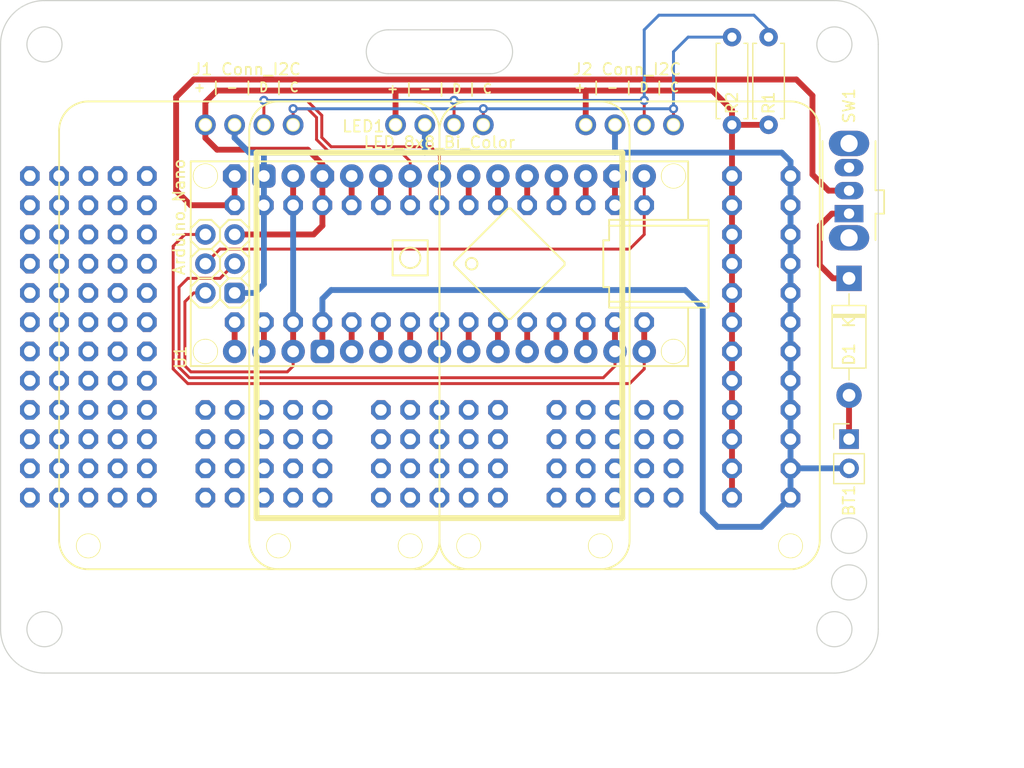
<source format=kicad_pcb>
(kicad_pcb (version 20221018) (generator pcbnew)
  (title_block (title "8x8_Badge") (date "2023-04-14") (rev "v2") (company "Maker's Asylum"))
  (layers (0 "F.Cu" signal) (31 "B.Cu" signal) (36 "B.SilkS" user "B.Silkscreen") (37 "F.SilkS" user "F.Silkscreen") (38 "B.Mask" user) (39 "F.Mask" user) (44 "Edge.Cuts" user))
  (net 0 "")
  (net 1 "/GND")
  (net 2 "/SCL")
  (net 3 "/SDA")
  (net 4 "/5V")
  (net 5 "/D2")
  (net 6 "/D3")
  (net 7 "/D4")
  (net 8 "/D5")
  (net 9 "/D6")
  (net 10 "/D7")
  (net 11 "/D8")
  (net 12 "/D9")
  (net 13 "/D10")
  (net 14 "/MOSI")
  (net 15 "/MISO")
  (net 16 "/SCK")
  (net 17 "/RST1")
  (net 18 "/D0")
  (net 19 "/D1")
  (net 20 "/A7")
  (net 21 "/A6")
  (net 22 "/A3")
  (net 23 "/A2")
  (net 24 "/A1")
  (net 25 "/A0")
  (net 26 "/AREF")
  (net 27 "/3V3")
  (net 28 "/VIN")
  (net 29 "/9V")
  (net 30 "/8V3")
  (footprint "BagTag:PinHeader_1x01_P2.54mm_Vertical" (layer "F.Cu") (at 106.68 90.17 90)
    (fp_text reference "J203" hide)
    (fp_text value "Conn_01x01" hide)
  )
  (footprint "BagTag:PinHeader_1x01_P2.54mm_Vertical" (layer "F.Cu") (at 63.5 82.55 90)
    (fp_text reference "J129" hide)
    (fp_text value "Conn_01x01" hide)
  )
  (footprint "BagTag:PinHeader_1x01_P2.54mm_Vertical" (layer "F.Cu") (at 60.96 77.47 90)
    (fp_text reference "J118" hide)
    (fp_text value "Conn_01x01" hide)
  )
  (footprint "BagTag:PinHeader_1x01_P2.54mm_Vertical" (layer "F.Cu") (at 106.68 92.71 90)
    (fp_text reference "J208" hide)
    (fp_text value "Conn_01x01" hide)
  )
  (footprint "BagTag:PinHeader_1x01_P2.54mm_Vertical" (layer "F.Cu") (at 88.9 95.25 90)
    (fp_text reference "J192" hide)
    (fp_text value "Conn_01x01" hide)
  )
  (footprint "BagTag:PinHeader_1x01_P2.54mm_Vertical" (layer "F.Cu") (at 58.42 74.93 90)
    (fp_text reference "J112" hide)
    (fp_text value "Conn_01x01" hide)
  )
  (footprint "BagTag:PinHeader_1x01_P2.54mm_Vertical" (layer "F.Cu") (at 58.42 87.63 90)
    (fp_text reference "J137" hide)
    (fp_text value "Conn_01x01" hide)
  )
  (footprint "BagTag:PinHeader_1x01_P2.54mm_Vertical" (layer "F.Cu") (at 55.88 90.17 90)
    (fp_text reference "J141" hide)
    (fp_text value "Conn_01x01" hide)
  )
  (footprint "BagTag:PinHeader_1x01_P2.54mm_Vertical" (layer "F.Cu") (at 58.42 82.55 90)
    (fp_text reference "J127" hide)
    (fp_text value "Conn_01x01" hide)
  )
  (footprint "BagTag:PinHeader_1x01_P2.54mm_Vertical" (layer "F.Cu") (at 63.5 72.39 90)
    (fp_text reference "J109" hide)
    (fp_text value "Conn_01x01" hide)
  )
  (footprint "BagTag:PinHeader_1x01_P2.54mm_Vertical" (layer "F.Cu") (at 55.88 87.63 90)
    (fp_text reference "J136" hide)
    (fp_text value "Conn_01x01" hide)
  )
  (footprint "BagTag:PinHeader_1x01_P2.54mm_Vertical" (layer "F.Cu") (at 78.74 95.25 90)
    (fp_text reference "J174" hide)
    (fp_text value "Conn_01x01" hide)
  )
  (footprint "BagTag:PinHeader_1x01_P2.54mm_Vertical" (layer "F.Cu") (at 76.2 90.17 90)
    (fp_text reference "J163" hide)
    (fp_text value "Conn_01x01" hide)
  )
  (footprint "BagTag:PinHeader_1x01_P2.54mm_Vertical" (layer "F.Cu") (at 114.3 72.39 90)
    (fp_text reference "J221" hide)
    (fp_text value "Conn_01x01" hide)
  )
  (footprint "BagTag:PinHeader_1x01_P2.54mm_Vertical" (layer "F.Cu") (at 53.34 92.71 90)
    (fp_text reference "J145" hide)
    (fp_text value "Conn_01x01" hide)
  )
  (footprint "BagTag:PinHeader_1x01_P2.54mm_Vertical" (layer "F.Cu") (at 73.66 97.79 90)
    (fp_text reference "J177" hide)
    (fp_text value "Conn_01x01" hide)
  )
  (footprint "BagTag:PinHeader_1x01_P2.54mm_Vertical" (layer "F.Cu") (at 104.14 92.71 90)
    (fp_text reference "J207" hide)
    (fp_text value "Conn_01x01" hide)
  )
  (footprint "BagTag:PinHeader_1x01_P2.54mm_Vertical" (layer "F.Cu") (at 86.36 95.25 90)
    (fp_text reference "J191" hide)
    (fp_text value "Conn_01x01" hide)
  )
  (footprint "BagTag:PinHeader_1x01_P2.54mm_Vertical" (layer "F.Cu") (at 71.12 92.71 90)
    (fp_text reference "J166" hide)
    (fp_text value "Conn_01x01" hide)
  )
  (footprint "BagTag:PinHeader_1x01_P2.54mm_Vertical" (layer "F.Cu") (at 60.96 95.25 90)
    (fp_text reference "J153" hide)
    (fp_text value "Conn_01x01" hide)
  )
  (footprint "BagTag:PinHeader_1x01_P2.54mm_Vertical" (layer "F.Cu") (at 55.88 92.71 90)
    (fp_text reference "J146" hide)
    (fp_text value "Conn_01x01" hide)
  )
  (footprint "BagTag:PinHeader_1x01_P2.54mm_Vertical" (layer "F.Cu") (at 68.58 90.17 90)
    (fp_text reference "J160" hide)
    (fp_text value "Conn_01x01" hide)
  )
  (footprint "BagTag:PinHeader_1x01_P2.54mm_Vertical" (layer "F.Cu") (at 109.22 95.25 90)
    (fp_text reference "J214" hide)
    (fp_text value "Conn_01x01" hide)
  )
  (footprint "BagTag:PinHeader_1x01_P2.54mm_Vertical" (layer "F.Cu") (at 58.42 90.17 90)
    (fp_text reference "J142" hide)
    (fp_text value "Conn_01x01" hide)
  )
  (footprint "BagTag:PinHeader_1x01_P2.54mm_Vertical" (layer "F.Cu") (at 55.88 82.55 90)
    (fp_text reference "J126" hide)
    (fp_text value "Conn_01x01" hide)
  )
  (footprint "BagTag:PinHeader_1x01_P2.54mm_Vertical" (layer "F.Cu") (at 91.44 97.79 90)
    (fp_text reference "J198" hide)
    (fp_text value "Conn_01x01" hide)
  )
  (footprint "BagTag:PinHeader_1x01_P2.54mm_Vertical" (layer "F.Cu") (at 73.66 92.71 90)
    (fp_text reference "J167" hide)
    (fp_text value "Conn_01x01" hide)
  )
  (footprint "BagTag:PinHeader_1x01_P2.54mm_Vertical" (layer "F.Cu") (at 68.58 97.79 90)
    (fp_text reference "J175" hide)
    (fp_text value "Conn_01x01" hide)
  )
  (footprint "BagTag:PinHeader_1x01_P2.54mm_Vertical" (layer "F.Cu") (at 83.82 92.71 90)
    (fp_text reference "J185" hide)
    (fp_text value "Conn_01x01" hide)
  )
  (footprint "BagTag:PinHeader_1x01_P2.54mm_Vertical" (layer "F.Cu") (at 60.96 82.55 90)
    (fp_text reference "J128" hide)
    (fp_text value "Conn_01x01" hide)
  )
  (footprint "BagTag:PinHeader_1x01_P2.54mm_Vertical" (layer "F.Cu") (at 104.14 95.25 90)
    (fp_text reference "J212" hide)
    (fp_text value "Conn_01x01" hide)
  )
  (footprint "BagTag:PinHeader_1x01_P2.54mm_Vertical" (layer "F.Cu") (at 86.36 90.17 90)
    (fp_text reference "J181" hide)
    (fp_text value "Conn_01x01" hide)
  )
  (footprint "BagTag:PinHeader_1x01_P2.54mm_Vertical" (layer "F.Cu") (at 60.96 97.79 90)
    (fp_text reference "J158" hide)
    (fp_text value "Conn_01x01" hide)
  )
  (footprint "BagTag:PinHeader_1x01_P2.54mm_Vertical" (layer "F.Cu") (at 63.5 69.85 90)
    (fp_text reference "J104" hide)
    (fp_text value "Conn_01x01" hide)
  )
  (footprint "BagTag:PinHeader_1x01_P2.54mm_Vertical" (layer "F.Cu") (at 88.9 97.79 90)
    (fp_text reference "J197" hide)
    (fp_text value "Conn_01x01" hide)
  )
  (footprint "BagTag:PinHeader_1x01_P2.54mm_Vertical" (layer "F.Cu") (at 83.82 97.79 90)
    (fp_text reference "J195" hide)
    (fp_text value "Conn_01x01" hide)
  )
  (footprint "BagTag:PinHeader_1x01_P2.54mm_Vertical" (layer "F.Cu") (at 109.22 90.17 90)
    (fp_text reference "J204" hide)
    (fp_text value "Conn_01x01" hide)
  )
  (footprint "BagTag:LED_matrix_8x8_proto" (layer "F.Cu") (at 105.41 65.405 -90)
    (fp_text reference "J2")
    (fp_text value "Conn_I2C")
  )
  (footprint "BagTag:PinHeader_1x01_P2.54mm_Vertical" (layer "F.Cu") (at 119.38 95.25 90)
    (fp_text reference "J242" hide)
    (fp_text value "Conn_01x01" hide)
  )
  (footprint "BagTag:PinHeader_1x01_P2.54mm_Vertical" (layer "F.Cu") (at 119.38 77.47 90)
    (fp_text reference "J235" hide)
    (fp_text value "Conn_01x01" hide)
  )
  (footprint "BagTag:PinHeader_1x01_P2.54mm_Vertical" (layer "F.Cu") (at 99.06 97.79 90)
    (fp_text reference "J215" hide)
    (fp_text value "Conn_01x01" hide)
  )
  (footprint "BagTag:PinHeader_1x01_P2.54mm_Vertical" (layer "F.Cu") (at 53.34 97.79 90)
    (fp_text reference "J155" hide)
    (fp_text value "Conn_01x01" hide)
  )
  (footprint "BagTag:PinHeader_1x01_P2.54mm_Vertical" (layer "F.Cu") (at 63.5 85.09 90)
    (fp_text reference "J134" hide)
    (fp_text value "Conn_01x01" hide)
  )
  (footprint "BagTag:PinHeader_1x01_P2.54mm_Vertical" (layer "F.Cu") (at 101.6 97.79 90)
    (fp_text reference "J216" hide)
    (fp_text value "Conn_01x01" hide)
  )
  (footprint "BagTag:PinHeader_1x01_P2.54mm_Vertical" (layer "F.Cu") (at 93.98 90.17 90)
    (fp_text reference "J184" hide)
    (fp_text value "Conn_01x01" hide)
  )
  (footprint "BagTag:PinHeader_1x01_P2.54mm_Vertical" (layer "F.Cu") (at 83.82 95.25 90)
    (fp_text reference "J190" hide)
    (fp_text value "Conn_01x01" hide)
  )
  (footprint "BagTag:PinHeader_1x01_P2.54mm_Vertical" (layer "F.Cu") (at 88.9 92.71 90)
    (fp_text reference "J187" hide)
    (fp_text value "Conn_01x01" hide)
  )
  (footprint "BagTag:PinHeader_1x01_P2.54mm_Vertical" (layer "F.Cu") (at 101.6 90.17 90)
    (fp_text reference "J201" hide)
    (fp_text value "Conn_01x01" hide)
  )
  (footprint "BagTag:PinHeader_1x01_P2.54mm_Vertical" (layer "F.Cu") (at 119.38 74.93 90)
    (fp_text reference "J234" hide)
    (fp_text value "Conn_01x01" hide)
  )
  (footprint "BagTag:PinHeader_1x01_P2.54mm_Vertical" (layer "F.Cu") (at 99.06 95.25 90)
    (fp_text reference "J210" hide)
    (fp_text value "Conn_01x01" hide)
  )
  (footprint "BagTag:PinHeader_1x01_P2.54mm_Vertical" (layer "F.Cu") (at 86.36 92.71 90)
    (fp_text reference "J186" hide)
    (fp_text value "Conn_01x01" hide)
  )
  (footprint "BagTag:LED_matrix_8x8_proto" (layer "F.Cu") (at 72.39 65.405 -90)
    (fp_text reference "J1")
    (fp_text value "Conn_I2C")
  )
  (footprint "BagTag:LED_matrix_8x8" (layer "F.Cu") (at 88.9 65.405 -90)
    (fp_text reference "LED1")
    (fp_text value "LED_8x8_Bi_Color")
  )
  (footprint "BagTag:PinHeader_1x01_P2.54mm_Vertical" (layer "F.Cu") (at 60.96 74.93 90)
    (fp_text reference "J113" hide)
    (fp_text value "Conn_01x01" hide)
  )
  (footprint "BagTag:PinHeader_1x01_P2.54mm_Vertical" (layer "F.Cu") (at 55.88 97.79 90)
    (fp_text reference "J156" hide)
    (fp_text value "Conn_01x01" hide)
  )
  (footprint "BagTag:PinHeader_1x01_P2.54mm_Vertical" (layer "F.Cu") (at 91.44 95.25 90)
    (fp_text reference "J193" hide)
    (fp_text value "Conn_01x01" hide)
  )
  (footprint "BagTag:PinHeader_1x01_P2.54mm_Vertical" (layer "F.Cu") (at 53.34 82.55 90)
    (fp_text reference "J125" hide)
    (fp_text value "Conn_01x01" hide)
  )
  (footprint "BagTag:PinHeader_1x01_P2.54mm_Vertical" (layer "F.Cu") (at 119.38 69.85 90)
    (fp_text reference "J232" hide)
    (fp_text value "Conn_01x01" hide)
  )
  (footprint "BagTag:PinHeader_1x01_P2.54mm_Vertical" (layer "F.Cu") (at 119.38 85.09 90)
    (fp_text reference "J238" hide)
    (fp_text value "Conn_01x01" hide)
  )
  (footprint "BagTag:PinHeader_1x02_P2.54mm_Vertical" (layer "F.Cu") (at 124.46 92.705)
    (fp_text reference "BT1")
    (fp_text value "Bat")
  )
  (footprint "BagTag:PinHeader_1x01_P2.54mm_Vertical" (layer "F.Cu") (at 58.42 77.47 90)
    (fp_text reference "J117" hide)
    (fp_text value "Conn_01x01" hide)
  )
  (footprint "BagTag:PinHeader_1x01_P2.54mm_Vertical" (layer "F.Cu") (at 63.5 77.47 90)
    (fp_text reference "J119" hide)
    (fp_text value "Conn_01x01" hide)
  )
  (footprint "BagTag:PinHeader_1x01_P2.54mm_Vertical" (layer "F.Cu") (at 63.5 95.25 90)
    (fp_text reference "J154" hide)
    (fp_text value "Conn_01x01" hide)
  )
  (footprint "BagTag:PinHeader_1x01_P2.54mm_Vertical" (layer "F.Cu") (at 71.12 90.17 90)
    (fp_text reference "J161" hide)
    (fp_text value "Conn_01x01" hide)
  )
  (footprint "BagTag:PinHeader_1x01_P2.54mm_Vertical" (layer "F.Cu") (at 53.34 80.01 90)
    (fp_text reference "J120" hide)
    (fp_text value "Conn_01x01" hide)
  )
  (footprint "BagTag:PinHeader_1x01_P2.54mm_Vertical" (layer "F.Cu") (at 63.5 87.63 90)
    (fp_text reference "J139" hide)
    (fp_text value "Conn_01x01" hide)
  )
  (footprint "BagTag:PinHeader_1x01_P2.54mm_Vertical" (layer "F.Cu") (at 119.38 87.63 90)
    (fp_text reference "J239" hide)
    (fp_text value "Conn_01x01" hide)
  )
  (footprint "BagTag:PinHeader_1x01_P2.54mm_Vertical" (layer "F.Cu") (at 76.2 92.71 90)
    (fp_text reference "J168" hide)
    (fp_text value "Conn_01x01" hide)
  )
  (footprint "BagTag:PinHeader_1x01_P2.54mm_Vertical" (layer "F.Cu") (at 60.96 92.71 90)
    (fp_text reference "J148" hide)
    (fp_text value "Conn_01x01" hide)
  )
  (footprint "BagTag:PinHeader_1x01_P2.54mm_Vertical" (layer "F.Cu") (at 63.5 92.71 90)
    (fp_text reference "J149" hide)
    (fp_text value "Conn_01x01" hide)
  )
  (footprint "BagTag:PinHeader_1x01_P2.54mm_Vertical" (layer "F.Cu") (at 93.98 97.79 90)
    (fp_text reference "J199" hide)
    (fp_text value "Conn_01x01" hide)
  )
  (footprint "BagTag:PinHeader_1x01_P2.54mm_Vertical" (layer "F.Cu") (at 83.82 90.17 90)
    (fp_text reference "J180" hide)
    (fp_text value "Conn_01x01" hide)
  )
  (footprint "BagTag:PinHeader_1x01_P2.54mm_Vertical" (layer "F.Cu") (at 53.34 95.25 90)
    (fp_text reference "J150" hide)
    (fp_text value "Conn_01x01" hide)
  )
  (footprint "BagTag:PinHeader_1x01_P2.54mm_Vertical" (layer "F.Cu") (at 119.38 92.71 90)
    (fp_text reference "J241" hide)
    (fp_text value "Conn_01x01" hide)
  )
  (footprint "BagTag:PinHeader_1x01_P2.54mm_Vertical" (layer "F.Cu") (at 119.38 72.39 90)
    (fp_text reference "J233" hide)
    (fp_text value "Conn_01x01" hide)
  )
  (footprint "BagTag:PinHeader_1x01_P2.54mm_Vertical" (layer "F.Cu") (at 78.74 97.79 90)
    (fp_text reference "J179" hide)
    (fp_text value "Conn_01x01" hide)
  )
  (footprint "BagTag:PinHeader_1x01_P2.54mm_Vertical" (layer "F.Cu") (at 58.42 95.25 90)
    (fp_text reference "J152" hide)
    (fp_text value "Conn_01x01" hide)
  )
  (footprint "BagTag:PinHeader_1x01_P2.54mm_Vertical" (layer "F.Cu") (at 86.36 97.79 90)
    (fp_text reference "J196" hide)
    (fp_text value "Conn_01x01" hide)
  )
  (footprint "BagTag:PinHeader_1x01_P2.54mm_Vertical" (layer "F.Cu") (at 60.96 80.01 90)
    (fp_text reference "J123" hide)
    (fp_text value "Conn_01x01" hide)
  )
  (footprint "BagTag:PinHeader_1x01_P2.54mm_Vertical" (layer "F.Cu") (at 104.14 90.17 90)
    (fp_text reference "J202" hide)
    (fp_text value "Conn_01x01" hide)
  )
  (footprint "BagTag:PinHeader_1x01_P2.54mm_Vertical" (layer "F.Cu") (at 106.68 95.25 90)
    (fp_text reference "J213" hide)
    (fp_text value "Conn_01x01" hide)
  )
  (footprint "BagTag:PinHeader_1x01_P2.54mm_Vertical" (layer "F.Cu") (at 58.42 85.09 90)
    (fp_text reference "J132" hide)
    (fp_text value "Conn_01x01" hide)
  )
  (footprint "BagTag:PinHeader_1x01_P2.54mm_Vertical" (layer "F.Cu") (at 114.3 74.93 90)
    (fp_text reference "J222" hide)
    (fp_text value "Conn_01x01" hide)
  )
  (footprint "BagTag:PinHeader_1x01_P2.54mm_Vertical" (layer "F.Cu") (at 109.22 92.71 90)
    (fp_text reference "J209" hide)
    (fp_text value "Conn_01x01" hide)
  )
  (footprint "BagTag:PinHeader_1x01_P2.54mm_Vertical" (layer "F.Cu") (at 53.34 77.47 90)
    (fp_text reference "J115" hide)
    (fp_text value "Conn_01x01" hide)
  )
  (footprint "BagTag:PinHeader_1x01_P2.54mm_Vertical" (layer "F.Cu") (at 88.9 90.17 90)
    (fp_text reference "J182" hide)
    (fp_text value "Conn_01x01" hide)
  )
  (footprint "BagTag:PinHeader_1x01_P2.54mm_Vertical" (layer "F.Cu") (at 55.88 95.25 90)
    (fp_text reference "J151" hide)
    (fp_text value "Conn_01x01" hide)
  )
  (footprint "BagTag:PinHeader_1x01_P2.54mm_Vertical" (layer "F.Cu") (at 55.88 80.01 90)
    (fp_text reference "J121" hide)
    (fp_text value "Conn_01x01" hide)
  )
  (footprint "BagTag:PinHeader_1x01_P2.54mm_Vertical" (layer "F.Cu") (at 73.66 90.17 90)
    (fp_text reference "J162" hide)
    (fp_text value "Conn_01x01" hide)
  )
  (footprint "BagTag:PinHeader_1x01_P2.54mm_Vertical" (layer "F.Cu") (at 63.5 80.01 90)
    (fp_text reference "J124" hide)
    (fp_text value "Conn_01x01" hide)
  )
  (footprint "BagTag:PinHeader_1x01_P2.54mm_Vertical" (layer "F.Cu") (at 53.34 72.39 90)
    (fp_text reference "J105" hide)
    (fp_text value "Conn_01x01" hide)
  )
  (footprint "BagTag:PinHeader_1x01_P2.54mm_Vertical" (layer "F.Cu") (at 58.42 97.79 90)
    (fp_text reference "J157" hide)
    (fp_text value "Conn_01x01" hide)
  )
  (footprint "BagTag:PinHeader_1x01_P2.54mm_Vertical" (layer "F.Cu") (at 63.5 74.93 90)
    (fp_text reference "J114" hide)
    (fp_text value "Conn_01x01" hide)
  )
  (footprint "BagTag:PinHeader_1x01_P2.54mm_Vertical" (layer "F.Cu") (at 53.34 74.93 90)
    (fp_text reference "J110" hide)
    (fp_text value "Conn_01x01" hide)
  )
  (footprint "BagTag:PinHeader_1x01_P2.54mm_Vertical" (layer "F.Cu") (at 53.34 85.09 90)
    (fp_text reference "J130" hide)
    (fp_text value "Conn_01x01" hide)
  )
  (footprint "BagTag:PinHeader_1x01_P2.54mm_Vertical" (layer "F.Cu") (at 58.42 69.85 90)
    (fp_text reference "J102" hide)
    (fp_text value "Conn_01x01" hide)
  )
  (footprint "BagTag:PinHeader_1x01_P2.54mm_Vertical" (layer "F.Cu") (at 63.5 97.79 90)
    (fp_text reference "J159" hide)
    (fp_text value "Conn_01x01" hide)
  )
  (footprint "BagTag:PinHeader_1x01_P2.54mm_Vertical" (layer "F.Cu") (at 99.06 92.71 90)
    (fp_text reference "J205" hide)
    (fp_text value "Conn_01x01" hide)
  )
  (footprint "BagTag:PinHeader_1x01_P2.54mm_Vertical" (layer "F.Cu") (at 60.96 69.85 90)
    (fp_text reference "J103" hide)
    (fp_text value "Conn_01x01" hide)
  )
  (footprint "BagTag:PinHeader_1x01_P2.54mm_Vertical" (layer "F.Cu") (at 114.3 85.09 90)
    (fp_text reference "J226" hide)
    (fp_text value "Conn_01x01" hide)
  )
  (footprint "BagTag:PinHeader_1x01_P2.54mm_Vertical" (layer "F.Cu") (at 119.38 90.17 90)
    (fp_text reference "J240" hide)
    (fp_text value "Conn_01x01" hide)
  )
  (footprint "BagTag:PinHeader_1x01_P2.54mm_Vertical" (layer "F.Cu") (at 109.22 97.79 90)
    (fp_text reference "J219" hide)
    (fp_text value "Conn_01x01" hide)
  )
  (footprint "BagTag:PinHeader_1x01_P2.54mm_Vertical" (layer "F.Cu") (at 101.6 92.71 90)
    (fp_text reference "J206" hide)
    (fp_text value "Conn_01x01" hide)
  )
  (footprint "BagTag:PinHeader_1x01_P2.54mm_Vertical" (layer "F.Cu") (at 55.88 69.85 90)
    (fp_text reference "J101" hide)
    (fp_text value "Conn_01x01" hide)
  )
  (footprint "BagTag:PinHeader_1x01_P2.54mm_Vertical" (layer "F.Cu") (at 71.12 95.25 90)
    (fp_text reference "J171" hide)
    (fp_text value "Conn_01x01" hide)
  )
  (footprint "BagTag:PinHeader_1x01_P2.54mm_Vertical" (layer "F.Cu") (at 55.88 74.93 90)
    (fp_text reference "J111" hide)
    (fp_text value "Conn_01x01" hide)
  )
  (footprint "BagTag:PinHeader_1x01_P2.54mm_Vertical" (layer "F.Cu") (at 53.34 87.63 90)
    (fp_text reference "J135" hide)
    (fp_text value "Conn_01x01" hide)
  )
  (footprint "BagTag:R_Axial_DIN0207_L6.3mm_D2.5mm_P7.62mm_Horizontal" (layer "F.Cu") (at 114.3 65.405 90)
    (fp_text reference "R2")
    (fp_text value "10k")
  )
  (footprint "BagTag:PinHeader_1x01_P2.54mm_Vertical" (layer "F.Cu") (at 60.96 72.39 90)
    (fp_text reference "J108" hide)
    (fp_text value "Conn_01x01" hide)
  )
  (footprint "BagTag:PinHeader_1x01_P2.54mm_Vertical" (layer "F.Cu") (at 60.96 87.63 90)
    (fp_text reference "J138" hide)
    (fp_text value "Conn_01x01" hide)
  )
  (footprint "BagTag:PinHeader_1x01_P2.54mm_Vertical" (layer "F.Cu") (at 114.3 92.71 90)
    (fp_text reference "J229" hide)
    (fp_text value "Conn_01x01" hide)
  )
  (footprint "BagTag:PinHeader_1x01_P2.54mm_Vertical" (layer "F.Cu") (at 68.58 95.25 90)
    (fp_text reference "J170" hide)
    (fp_text value "Conn_01x01" hide)
  )
  (footprint "BagTag:PinHeader_1x01_P2.54mm_Vertical" (layer "F.Cu") (at 101.6 95.25 90)
    (fp_text reference "J211" hide)
    (fp_text value "Conn_01x01" hide)
  )
  (footprint "BagTag:PinHeader_1x01_P2.54mm_Vertical" (layer "F.Cu") (at 76.2 95.25 90)
    (fp_text reference "J173" hide)
    (fp_text value "Conn_01x01" hide)
  )
  (footprint "BagTag:PinHeader_1x01_P2.54mm_Vertical" (layer "F.Cu") (at 91.44 92.71 90)
    (fp_text reference "J188" hide)
    (fp_text value "Conn_01x01" hide)
  )
  (footprint "BagTag:PinHeader_1x01_P2.54mm_Vertical" (layer "F.Cu") (at 104.14 97.79 90)
    (fp_text reference "J217" hide)
    (fp_text value "Conn_01x01" hide)
  )
  (footprint "BagTag:PinHeader_1x01_P2.54mm_Vertical" (layer "F.Cu") (at 55.88 72.39 90)
    (fp_text reference "J106" hide)
    (fp_text value "Conn_01x01" hide)
  )
  (footprint "BagTag:PinHeader_1x01_P2.54mm_Vertical" (layer "F.Cu") (at 93.98 92.71 90)
    (fp_text reference "J189" hide)
    (fp_text value "Conn_01x01" hide)
  )
  (footprint "BagTag:PinHeader_1x01_P2.54mm_Vertical" (layer "F.Cu") (at 114.3 97.79 90)
    (fp_text reference "J231" hide)
    (fp_text value "Conn_01x01" hide)
  )
  (footprint "BagTag:PinHeader_1x01_P2.54mm_Vertical" (layer "F.Cu") (at 73.66 95.25 90)
    (fp_text reference "J172" hide)
    (fp_text value "Conn_01x01" hide)
  )
  (footprint "BagTag:PinHeader_1x01_P2.54mm_Vertical" (layer "F.Cu") (at 78.74 90.17 90)
    (fp_text reference "J164" hide)
    (fp_text value "Conn_01x01" hide)
  )
  (footprint "BagTag:Arduino_Nano_v2" (layer "F.Cu") (at 68.58 77.47 90)
    (fp_text reference "U1")
    (fp_text value "Arduino_Nano")
  )
  (footprint "BagTag:PinHeader_1x01_P2.54mm_Vertical" (layer "F.Cu") (at 58.42 80.01 90)
    (fp_text reference "J122" hide)
    (fp_text value "Conn_01x01" hide)
  )
  (footprint "BagTag:PinHeader_1x01_P2.54mm_Vertical" (layer "F.Cu") (at 93.98 95.25 90)
    (fp_text reference "J194" hide)
    (fp_text value "Conn_01x01" hide)
  )
  (footprint "BagTag:PinHeader_1x01_P2.54mm_Vertical" (layer "F.Cu") (at 58.42 72.39 90)
    (fp_text reference "J107" hide)
    (fp_text value "Conn_01x01" hide)
  )
  (footprint "BagTag:PinHeader_1x01_P2.54mm_Vertical" (layer "F.Cu") (at 68.58 92.71 90)
    (fp_text reference "J165" hide)
    (fp_text value "Conn_01x01" hide)
  )
  (footprint "BagTag:PinHeader_1x01_P2.54mm_Vertical" (layer "F.Cu") (at 55.88 77.47 90)
    (fp_text reference "J116" hide)
    (fp_text value "Conn_01x01" hide)
  )
  (footprint "BagTag:PinHeader_1x01_P2.54mm_Vertical" (layer "F.Cu") (at 76.2 97.79 90)
    (fp_text reference "J178" hide)
    (fp_text value "Conn_01x01" hide)
  )
  (footprint "BagTag:SW_CuK_OS102011MA1QN1_SPDT_Angled" (layer "F.Cu") (at 124.46 73.12 90)
    (fp_text reference "SW1")
    (fp_text value "ON")
  )
  (footprint "BagTag:PinHeader_1x01_P2.54mm_Vertical" (layer "F.Cu") (at 106.68 97.79 90)
    (fp_text reference "J218" hide)
    (fp_text value "Conn_01x01" hide)
  )
  (footprint "BagTag:PinHeader_1x01_P2.54mm_Vertical" (layer "F.Cu") (at 55.88 85.09 90)
    (fp_text reference "J131" hide)
    (fp_text value "Conn_01x01" hide)
  )
  (footprint "BagTag:PinHeader_1x01_P2.54mm_Vertical" (layer "F.Cu") (at 119.38 82.55 90)
    (fp_text reference "J237" hide)
    (fp_text value "Conn_01x01" hide)
  )
  (footprint "BagTag:PinHeader_1x01_P2.54mm_Vertical" (layer "F.Cu") (at 71.12 97.79 90)
    (fp_text reference "J176" hide)
    (fp_text value "Conn_01x01" hide)
  )
  (footprint "BagTag:PinHeader_1x01_P2.54mm_Vertical" (layer "F.Cu") (at 114.3 77.47 90)
    (fp_text reference "J223" hide)
    (fp_text value "Conn_01x01" hide)
  )
  (footprint "BagTag:R_Axial_DIN0207_L6.3mm_D2.5mm_P7.62mm_Horizontal" (layer "F.Cu") (at 117.475 65.405 90)
    (fp_text reference "R1")
    (fp_text value "10k")
  )
  (footprint "BagTag:PinHeader_1x01_P2.54mm_Vertical" (layer "F.Cu") (at 78.74 92.71 90)
    (fp_text reference "J169" hide)
    (fp_text value "Conn_01x01" hide)
  )
  (footprint "BagTag:PinHeader_1x01_P2.54mm_Vertical" (layer "F.Cu") (at 119.38 97.79 90)
    (fp_text reference "J243" hide)
    (fp_text value "Conn_01x01" hide)
  )
  (footprint "BagTag:PinHeader_1x01_P2.54mm_Vertical" (layer "F.Cu") (at 60.96 90.17 90)
    (fp_text reference "J143" hide)
    (fp_text value "Conn_01x01" hide)
  )
  (footprint "BagTag:PinHeader_1x01_P2.54mm_Vertical" (layer "F.Cu") (at 114.3 80.01 90)
    (fp_text reference "J224" hide)
    (fp_text value "Conn_01x01" hide)
  )
  (footprint "BagTag:PinHeader_1x01_P2.54mm_Vertical" (layer "F.Cu") (at 60.96 85.09 90)
    (fp_text reference "J133" hide)
    (fp_text value "Conn_01x01" hide)
  )
  (footprint "BagTag:PinHeader_1x01_P2.54mm_Vertical" (layer "F.Cu") (at 99.06 90.17 90)
    (fp_text reference "J200" hide)
    (fp_text value "Conn_01x01" hide)
  )
  (footprint "BagTag:PinHeader_1x01_P2.54mm_Vertical" (layer "F.Cu") (at 63.5 90.17 90)
    (fp_text reference "J144" hide)
    (fp_text value "Conn_01x01" hide)
  )
  (footprint "BagTag:PinHeader_1x01_P2.54mm_Vertical" (layer "F.Cu") (at 58.42 92.71 90)
    (fp_text reference "J147" hide)
    (fp_text value "Conn_01x01" hide)
  )
  (footprint "BagTag:PinHeader_1x01_P2.54mm_Vertical" (layer "F.Cu") (at 91.44 90.17 90)
    (fp_text reference "J183" hide)
    (fp_text value "Conn_01x01" hide)
  )
  (footprint "BagTag:PinHeader_1x01_P2.54mm_Vertical" (layer "F.Cu") (at 114.3 90.17 90)
    (fp_text reference "J228" hide)
    (fp_text value "Conn_01x01" hide)
  )
  (footprint "BagTag:D_DO-41_SOD81_P10.16mm_Horizontal" (layer "F.Cu") (at 124.46 78.74 -90)
    (fp_text reference "D1")
    (fp_text value "1N4001")
  )
  (footprint "BagTag:PinHeader_1x01_P2.54mm_Vertical" (layer "F.Cu") (at 53.34 90.17 90)
    (fp_text reference "J140" hide)
    (fp_text value "Conn_01x01" hide)
  )
  (footprint "BagTag:PinHeader_1x01_P2.54mm_Vertical" (layer "F.Cu") (at 114.3 69.85 90)
    (fp_text reference "J220" hide)
    (fp_text value "Conn_01x01" hide)
  )
  (footprint "BagTag:PinHeader_1x01_P2.54mm_Vertical" (layer "F.Cu") (at 114.3 87.63 90)
    (fp_text reference "J227" hide)
    (fp_text value "Conn_01x01" hide)
  )
  (footprint "BagTag:PinHeader_1x01_P2.54mm_Vertical" (layer "F.Cu") (at 53.34 69.85 90)
    (fp_text reference "J100" hide)
    (fp_text value "Conn_01x01" hide)
  )
  (footprint "BagTag:PinHeader_1x01_P2.54mm_Vertical" (layer "F.Cu") (at 119.38 80.01 90)
    (fp_text reference "J236" hide)
    (fp_text value "Conn_01x01" hide)
  )
  (footprint "BagTag:PinHeader_1x01_P2.54mm_Vertical" (layer "F.Cu") (at 114.3 82.55 90)
    (fp_text reference "J225" hide)
    (fp_text value "Conn_01x01" hide)
  )
  (footprint "BagTag:PinHeader_1x01_P2.54mm_Vertical" (layer "F.Cu") (at 114.3 95.25 90)
    (fp_text reference "J230" hide)
    (fp_text value "Conn_01x01" hide)
  )
  (footprint "BagTag:PinHeader_1x01_P2.54mm_Vertical" (layer "B.Cu") (at 81.28 82.55 -90)
    (fp_text reference "J10" hide)
    (fp_text value "D2" hide)
  )
  (footprint "BagTag:PinHeader_1x01_P2.54mm_Vertical" (layer "B.Cu") (at 71.12 82.55 -90)
    (fp_text reference "J25" hide)
    (fp_text value "D1" hide)
  )
  (footprint "BagTag:PinHeader_1x01_P2.54mm_Vertical" (layer "B.Cu") (at 101.6 82.55 -90)
    (fp_text reference "J18" hide)
    (fp_text value "D10" hide)
  )
  (footprint "BagTag:PinHeader_1x01_P2.54mm_Vertical" (layer "B.Cu") (at 71.12 72.39 -90)
    (fp_text reference "J35" hide)
    (fp_text value "VIN" hide)
  )
  (footprint "BagTag:PinHeader_1x01_P2.54mm_Vertical" (layer "B.Cu") (at 96.52 72.39 -90)
    (fp_text reference "J32" hide)
    (fp_text value "A1" hide)
  )
  (footprint "BagTag:PinHeader_1x01_P2.54mm_Vertical" (layer "B.Cu") (at 73.66 82.55 -90)
    (fp_text reference "J24" hide)
    (fp_text value "D0" hide)
  )
  (footprint "BagTag:PinHeader_1x01_P2.54mm_Vertical" (layer "B.Cu") (at 88.9 82.55 -90)
    (fp_text reference "J13" hide)
    (fp_text value "D5" hide)
  )
  (footprint "BagTag:PinHeader_1x01_P2.54mm_Vertical" (layer "B.Cu") (at 106.68 82.55 -90)
    (fp_text reference "J20" hide)
    (fp_text value "D12" hide)
  )
  (footprint "BagTag:PinHeader_1x01_P2.54mm_Vertical" (layer "B.Cu") (at 83.82 82.55 -90)
    (fp_text reference "J11" hide)
    (fp_text value "D3" hide)
  )
  (footprint "BagTag:PinHeader_1x01_P2.54mm_Vertical" (layer "B.Cu") (at 76.2 82.55 -90)
    (fp_text reference "J22" hide)
    (fp_text value "RST1" hide)
  )
  (footprint "BagTag:PinHeader_1x01_P2.54mm_Vertical" (layer "B.Cu") (at 78.74 82.55 -90)
    (fp_text reference "J39" hide)
    (fp_text value "GND2" hide)
  )
  (footprint "BagTag:PinHeader_1x01_P2.54mm_Vertical" (layer "B.Cu") (at 78.74 72.39 -90)
    (fp_text reference "J36" hide)
    (fp_text value "5V" hide)
  )
  (footprint "BagTag:PinHeader_1x01_P2.54mm_Vertical" (layer "B.Cu") (at 106.68 72.39 -90)
    (fp_text reference "J21" hide)
    (fp_text value "D13" hide)
  )
  (footprint "BagTag:PinHeader_1x01_P2.54mm_Vertical" (layer "B.Cu") (at 81.28 72.39 -90)
    (fp_text reference "J26" hide)
    (fp_text value "A7" hide)
  )
  (footprint "BagTag:PinHeader_1x01_P2.54mm_Vertical" (layer "B.Cu") (at 101.6 72.39 -90)
    (fp_text reference "J34" hide)
    (fp_text value "AREF" hide)
  )
  (footprint "BagTag:PinHeader_1x01_P2.54mm_Vertical" (layer "B.Cu") (at 88.9 72.39 -90)
    (fp_text reference "J29" hide)
    (fp_text value "A4" hide)
  )
  (footprint "BagTag:PinHeader_1x01_P2.54mm_Vertical" (layer "B.Cu") (at 99.06 82.55 -90)
    (fp_text reference "J17" hide)
    (fp_text value "D9" hide)
  )
  (footprint "BagTag:PinHeader_1x01_P2.54mm_Vertical" (layer "B.Cu") (at 86.36 82.55 -90)
    (fp_text reference "J12" hide)
    (fp_text value "D4" hide)
  )
  (footprint "BagTag:PinHeader_1x01_P2.54mm_Vertical" (layer "B.Cu") (at 76.2 72.39 -90)
    (fp_text reference "J23" hide)
    (fp_text value "RST1" hide)
  )
  (footprint "BagTag:PinHeader_1x01_P2.54mm_Vertical" (layer "B.Cu") (at 96.52 82.55 -90)
    (fp_text reference "J16" hide)
    (fp_text value "D8" hide)
  )
  (footprint "BagTag:PinHeader_1x01_P2.54mm_Vertical" (layer "B.Cu") (at 73.66 72.39 -90)
    (fp_text reference "J38" hide)
    (fp_text value "GND1" hide)
  )
  (footprint "BagTag:PinHeader_1x01_P2.54mm_Vertical" (layer "B.Cu") (at 99.06 72.39 -90)
    (fp_text reference "J33" hide)
    (fp_text value "A0" hide)
  )
  (footprint "BagTag:PinHeader_1x01_P2.54mm_Vertical" (layer "B.Cu") (at 83.82 72.39 -90)
    (fp_text reference "J27" hide)
    (fp_text value "A6" hide)
  )
  (footprint "BagTag:PinHeader_1x01_P2.54mm_Vertical" (layer "B.Cu") (at 104.14 72.39 -90)
    (fp_text reference "J37" hide)
    (fp_text value "3V3" hide)
  )
  (footprint "BagTag:PinHeader_1x01_P2.54mm_Vertical" (layer "B.Cu") (at 91.44 72.39 -90)
    (fp_text reference "J30" hide)
    (fp_text value "A3" hide)
  )
  (footprint "BagTag:PinHeader_1x01_P2.54mm_Vertical" (layer "B.Cu") (at 93.98 82.55 -90)
    (fp_text reference "J15" hide)
    (fp_text value "D7" hide)
  )
  (footprint "BagTag:PinHeader_1x01_P2.54mm_Vertical" (layer "B.Cu") (at 86.36 72.39 -90)
    (fp_text reference "J28" hide)
    (fp_text value "A5" hide)
  )
  (footprint "BagTag:PinHeader_1x01_P2.54mm_Vertical" (layer "B.Cu") (at 93.98 72.39 -90)
    (fp_text reference "J31" hide)
    (fp_text value "A2" hide)
  )
  (footprint "BagTag:PinHeader_1x01_P2.54mm_Vertical" (layer "B.Cu") (at 91.44 82.55 -90)
    (fp_text reference "J14" hide)
    (fp_text value "D6" hide)
  )
  (footprint "BagTag:PinHeader_1x01_P2.54mm_Vertical" (layer "B.Cu") (at 104.14 82.55 -90)
    (fp_text reference "J19" hide)
    (fp_text value "D11" hide)
  )
  (gr_circle (center 124.46 101.092) (end 125.984 101.346) (stroke (width 0.1)) (fill none) (layer "Edge.Cuts"))
  (gr_line (start 93.345 60.96) (end 84.455 60.96) (stroke (width 0.1)) (layer "Edge.Cuts"))
  (gr_circle (center 123.19 58.42) (end 124.714 58.42) (stroke (width 0.1)) (fill none) (layer "Edge.Cuts"))
  (gr_line (start 54.61 54.61) (end 123.19 54.61) (stroke (width 0.1)) (layer "Edge.Cuts"))
  (gr_arc (start 123.19 54.61) (mid 125.884077 55.725923) (end 127 58.42) (stroke (width 0.1)) (layer "Edge.Cuts"))
  (gr_arc (start 84.455 60.96) (mid 82.55 59.055) (end 84.455 57.15) (stroke (width 0.1)) (layer "Edge.Cuts"))
  (gr_circle (center 124.46 105.156) (end 125.984 105.156) (stroke (width 0.1)) (fill none) (layer "Edge.Cuts"))
  (gr_circle (center 54.61 109.22) (end 56.134 109.22) (stroke (width 0.1)) (fill none) (layer "Edge.Cuts"))
  (gr_line (start 123.19 113.03) (end 54.61 113.03) (stroke (width 0.1)) (layer "Edge.Cuts"))
  (gr_line (start 127 58.42) (end 127 109.22) (stroke (width 0.1)) (layer "Edge.Cuts"))
  (gr_arc (start 127 109.22) (mid 125.884077 111.914077) (end 123.19 113.03) (stroke (width 0.1)) (layer "Edge.Cuts"))
  (gr_arc (start 50.8 58.42) (mid 51.915923 55.725923) (end 54.61 54.61) (stroke (width 0.1)) (layer "Edge.Cuts"))
  (gr_circle (center 123.19 109.22) (end 124.714 109.22) (stroke (width 0.1)) (fill none) (layer "Edge.Cuts"))
  (gr_circle (center 54.61 58.42) (end 56.134 58.42) (stroke (width 0.1)) (fill none) (layer "Edge.Cuts"))
  (gr_arc (start 93.345 57.15) (mid 95.25 59.055) (end 93.345 60.96) (stroke (width 0.1)) (layer "Edge.Cuts"))
  (gr_arc (start 54.61 113.03) (mid 51.915923 111.914077) (end 50.8 109.22) (stroke (width 0.1)) (layer "Edge.Cuts"))
  (gr_line (start 84.455 57.15) (end 93.345 57.15) (stroke (width 0.1)) (layer "Edge.Cuts"))
  (gr_line (start 50.8 109.22) (end 50.8 58.42) (stroke (width 0.1)) (layer "Edge.Cuts"))
  (segment (start 78.74 85.09) (end 78.74 82.55) (width 0.508) (layer "F.Cu") (net 1))
  (segment (start 124.46 95.245) (end 119.385 95.245) (width 0.508) (layer "B.Cu") (net 1))
  (segment (start 119.38 92.71) (end 119.38 95.25) (width 0.508) (layer "B.Cu") (net 1))
  (segment (start 79.502 79.756) (end 110.236 79.756) (width 0.508) (layer "B.Cu") (net 1))
  (segment (start 111.76 99.06) (end 113.03 100.33) (width 0.508) (layer "B.Cu") (net 1))
  (segment (start 104.14 65.532) (end 104.14 67.818) (width 0.508) (layer "B.Cu") (net 1))
  (segment (start 119.38 82.55) (end 119.38 85.09) (width 0.508) (layer "B.Cu") (net 1))
  (segment (start 119.38 90.17) (end 119.38 92.71) (width 0.508) (layer "B.Cu") (net 1))
  (segment (start 113.03 100.33) (end 116.84 100.33) (width 0.508) (layer "B.Cu") (net 1))
  (segment (start 116.84 100.33) (end 119.38 97.79) (width 0.508) (layer "B.Cu") (net 1))
  (segment (start 72.39 67.818) (end 73.66 67.818) (width 0.508) (layer "B.Cu") (net 1))
  (segment (start 71.12 65.405) (end 71.12 66.548) (width 0.508) (layer "B.Cu") (net 1))
  (segment (start 119.38 74.93) (end 119.38 77.47) (width 0.508) (layer "B.Cu") (net 1))
  (segment (start 104.14 67.818) (end 118.618 67.818) (width 0.508) (layer "B.Cu") (net 1))
  (segment (start 111.76 81.28) (end 111.76 99.06) (width 0.508) (layer "B.Cu") (net 1))
  (segment (start 119.38 87.63) (end 119.38 90.17) (width 0.508) (layer "B.Cu") (net 1))
  (segment (start 78.74 80.518) (end 79.502 79.756) (width 0.508) (layer "B.Cu") (net 1))
  (segment (start 87.63 67.818) (end 73.66 67.818) (width 0.508) (layer "B.Cu") (net 1))
  (segment (start 73.66 72.39) (end 73.66 79.248) (width 0.508) (layer "B.Cu") (net 1))
  (segment (start 73.66 69.85) (end 73.66 67.818) (width 0.508) (layer "B.Cu") (net 1))
  (segment (start 71.12 66.548) (end 72.39 67.818) (width 0.508) (layer "B.Cu") (net 1))
  (segment (start 104.14 67.818) (end 87.63 67.818) (width 0.508) (layer "B.Cu") (net 1))
  (segment (start 119.38 85.09) (end 119.38 87.63) (width 0.508) (layer "B.Cu") (net 1))
  (segment (start 72.898 80.01) (end 71.12 80.01) (width 0.508) (layer "B.Cu") (net 1))
  (segment (start 119.38 72.39) (end 119.38 74.93) (width 0.508) (layer "B.Cu") (net 1))
  (segment (start 119.38 95.25) (end 119.38 97.79) (width 0.508) (layer "B.Cu") (net 1))
  (segment (start 87.63 67.818) (end 87.63 65.405) (width 0.508) (layer "B.Cu") (net 1))
  (segment (start 119.38 77.47) (end 119.38 80.01) (width 0.508) (layer "B.Cu") (net 1))
  (segment (start 78.74 82.55) (end 78.74 80.518) (width 0.508) (layer "B.Cu") (net 1))
  (segment (start 119.38 68.58) (end 119.38 69.85) (width 0.508) (layer "B.Cu") (net 1))
  (segment (start 110.236 79.756) (end 111.76 81.28) (width 0.508) (layer "B.Cu") (net 1))
  (segment (start 118.618 67.818) (end 119.38 68.58) (width 0.508) (layer "B.Cu") (net 1))
  (segment (start 73.66 69.85) (end 73.66 72.39) (width 0.508) (layer "B.Cu") (net 1))
  (segment (start 119.38 80.01) (end 119.38 82.55) (width 0.508) (layer "B.Cu") (net 1))
  (segment (start 119.38 69.85) (end 119.38 72.39) (width 0.508) (layer "B.Cu") (net 1))
  (segment (start 73.66 79.248) (end 72.898 80.01) (width 0.508) (layer "B.Cu") (net 1))
  (segment (start 119.385 95.245) (end 119.38 95.25) (width 0.508) (layer "B.Cu") (net 1))
  (segment (start 92.71 64.008) (end 92.71 65.405) (width 0.254) (layer "F.Cu") (net 2))
  (segment (start 86.36 68.58) (end 86.36 69.85) (width 0.254) (layer "F.Cu") (net 2))
  (segment (start 79.313948 67.764) (end 85.544 67.764) (width 0.254) (layer "F.Cu") (net 2))
  (segment (start 78.232 64.77) (end 78.232 66.682052) (width 0.254) (layer "F.Cu") (net 2))
  (segment (start 78.232 66.682052) (end 79.313948 67.764) (width 0.254) (layer "F.Cu") (net 2))
  (segment (start 85.544 67.764) (end 86.36 68.58) (width 0.254) (layer "F.Cu") (net 2))
  (segment (start 76.2 64.008) (end 76.2 65.405) (width 0.254) (layer "F.Cu") (net 2))
  (segment (start 109.22 64.008) (end 109.22 65.532) (width 0.254) (layer "F.Cu") (net 2))
  (segment (start 76.2 64.008) (end 77.47 64.008) (width 0.254) (layer "F.Cu") (net 2))
  (segment (start 86.36 69.85) (end 86.36 72.39) (width 0.254) (layer "F.Cu") (net 2))
  (segment (start 77.47 64.008) (end 78.232 64.77) (width 0.254) (layer "F.Cu") (net 2))
  (via (at 92.71 64.008) (size 0.8) (drill 0.4) (layers "F.Cu" "B.Cu") (net 2))
  (via (at 76.2 64.008) (size 0.8) (drill 0.4) (layers "F.Cu" "B.Cu") (net 2))
  (via (at 109.22 64.008) (size 0.8) (drill 0.4) (layers "F.Cu" "B.Cu") (net 2))
  (segment (start 110.49 57.785) (end 114.3 57.785) (width 0.254) (layer "B.Cu") (net 2))
  (segment (start 109.22 59.055) (end 110.49 57.785) (width 0.254) (layer "B.Cu") (net 2))
  (segment (start 109.22 64.008) (end 109.22 59.055) (width 0.254) (layer "B.Cu") (net 2))
  (segment (start 92.71 64.008) (end 76.2 64.008) (width 0.254) (layer "B.Cu") (net 2))
  (segment (start 109.22 64.008) (end 92.71 64.008) (width 0.254) (layer "B.Cu") (net 2))
  (segment (start 106.68 63.2815) (end 106.68 65.532) (width 0.254) (layer "F.Cu") (net 3))
  (segment (start 73.66 63.281) (end 77.385052 63.281) (width 0.254) (layer "F.Cu") (net 3))
  (segment (start 88.138 67.31) (end 88.9 68.072) (width 0.254) (layer "F.Cu") (net 3))
  (segment (start 88.9 69.85) (end 88.9 72.39) (width 0.254) (layer "F.Cu") (net 3))
  (segment (start 78.686 66.494) (end 79.502 67.31) (width 0.254) (layer "F.Cu") (net 3))
  (segment (start 79.502 67.31) (end 88.138 67.31) (width 0.254) (layer "F.Cu") (net 3))
  (segment (start 90.17 63.2815) (end 90.17 65.405) (width 0.254) (layer "F.Cu") (net 3))
  (segment (start 77.385052 63.281) (end 78.686 64.581948) (width 0.254) (layer "F.Cu") (net 3))
  (segment (start 73.66 63.281) (end 73.66 65.405) (width 0.254) (layer "F.Cu") (net 3))
  (segment (start 88.9 68.072) (end 88.9 69.85) (width 0.254) (layer "F.Cu") (net 3))
  (segment (start 78.686 64.581948) (end 78.686 66.494) (width 0.254) (layer "F.Cu") (net 3))
  (via (at 90.17 63.2815) (size 0.8) (drill 0.4) (layers "F.Cu" "B.Cu") (net 3))
  (via (at 73.66 63.281) (size 0.8) (drill 0.4) (layers "F.Cu" "B.Cu") (net 3))
  (via (at 106.68 63.2815) (size 0.8) (drill 0.4) (layers "F.Cu" "B.Cu") (net 3))
  (segment (start 106.68 63.2815) (end 106.68 57.15) (width 0.254) (layer "B.Cu") (net 3))
  (segment (start 73.6605 63.2815) (end 90.17 63.2815) (width 0.254) (layer "B.Cu") (net 3))
  (segment (start 107.95 55.88) (end 116.205 55.88) (width 0.254) (layer "B.Cu") (net 3))
  (segment (start 106.68 63.2815) (end 90.17 63.2815) (width 0.254) (layer "B.Cu") (net 3))
  (segment (start 116.205 55.88) (end 117.475 57.15) (width 0.254) (layer "B.Cu") (net 3))
  (segment (start 73.66 63.281) (end 73.6605 63.2815) (width 0.254) (layer "B.Cu") (net 3))
  (segment (start 106.68 57.15) (end 107.95 55.88) (width 0.254) (layer "B.Cu") (net 3))
  (segment (start 117.475 57.15) (end 117.475 57.785) (width 0.254) (layer "B.Cu") (net 3))
  (segment (start 114.3 80.01) (end 114.3 77.47) (width 0.508) (layer "F.Cu") (net 4))
  (segment (start 114.3 97.79) (end 114.3 95.25) (width 0.508) (layer "F.Cu") (net 4))
  (segment (start 112.5925 62.4275) (end 114.3 64.135) (width 0.508) (layer "F.Cu") (net 4))
  (segment (start 68.58 65.405) (end 68.58 63.4365) (width 0.508) (layer "F.Cu") (net 4))
  (segment (start 114.3 85.09) (end 114.3 82.55) (width 0.508) (layer "F.Cu") (net 4))
  (segment (start 114.3 64.135) (end 114.3 65.405) (width 0.508) (layer "F.Cu") (net 4))
  (segment (start 114.3 92.71) (end 114.3 90.17) (width 0.508) (layer "F.Cu") (net 4))
  (segment (start 68.58 63.4365) (end 69.589 62.4275) (width 0.508) (layer "F.Cu") (net 4))
  (segment (start 77.47 67.564) (end 69.596 67.564) (width 0.508) (layer "F.Cu") (net 4))
  (segment (start 117.475 65.405) (end 114.3 65.405) (width 0.508) (layer "F.Cu") (net 4))
  (segment (start 69.589 62.4275) (end 85.09 62.4275) (width 0.508) (layer "F.Cu") (net 4))
  (segment (start 101.6 62.4275) (end 112.5925 62.4275) (width 0.508) (layer "F.Cu") (net 4))
  (segment (start 114.3 95.25) (end 114.3 92.71) (width 0.508) (layer "F.Cu") (net 4))
  (segment (start 78.74 68.834) (end 77.47 67.564) (width 0.508) (layer "F.Cu") (net 4))
  (segment (start 78.74 74.168) (end 78.74 72.39) (width 0.508) (layer "F.Cu") (net 4))
  (segment (start 78.74 69.85) (end 78.74 68.834) (width 0.508) (layer "F.Cu") (net 4))
  (segment (start 114.3 90.17) (end 114.3 87.63) (width 0.508) (layer "F.Cu") (net 4))
  (segment (start 114.3 87.63) (end 114.3 85.09) (width 0.508) (layer "F.Cu") (net 4))
  (segment (start 68.58 66.548) (end 68.58 65.405) (width 0.508) (layer "F.Cu") (net 4))
  (segment (start 71.12 74.93) (end 77.978 74.93) (width 0.508) (layer "F.Cu") (net 4))
  (segment (start 101.6 65.532) (end 101.6 62.4275) (width 0.508) (layer "F.Cu") (net 4))
  (segment (start 114.3 82.55) (end 114.3 80.01) (width 0.508) (layer "F.Cu") (net 4))
  (segment (start 114.3 69.85) (end 114.3 65.405) (width 0.508) (layer "F.Cu") (net 4))
  (segment (start 77.978 74.93) (end 78.74 74.168) (width 0.508) (layer "F.Cu") (net 4))
  (segment (start 85.09 62.4275) (end 101.6 62.4275) (width 0.508) (layer "F.Cu") (net 4))
  (segment (start 85.09 65.405) (end 85.09 62.4275) (width 0.508) (layer "F.Cu") (net 4))
  (segment (start 114.3 74.93) (end 114.3 72.39) (width 0.508) (layer "F.Cu") (net 4))
  (segment (start 69.596 67.564) (end 68.58 66.548) (width 0.508) (layer "F.Cu") (net 4))
  (segment (start 114.3 72.39) (end 114.3 69.85) (width 0.508) (layer "F.Cu") (net 4))
  (segment (start 78.74 72.39) (end 78.74 69.85) (width 0.508) (layer "F.Cu") (net 4))
  (segment (start 114.3 77.47) (end 114.3 74.93) (width 0.508) (layer "F.Cu") (net 4))
  (segment (start 81.28 82.55) (end 81.28 85.09) (width 0.508) (layer "F.Cu") (net 5))
  (segment (start 83.82 82.55) (end 83.82 85.09) (width 0.508) (layer "F.Cu") (net 6))
  (segment (start 86.36 82.55) (end 86.36 85.09) (width 0.508) (layer "F.Cu") (net 7))
  (segment (start 88.9 82.55) (end 88.9 85.09) (width 0.508) (layer "F.Cu") (net 8))
  (segment (start 91.44 82.55) (end 91.44 85.09) (width 0.508) (layer "F.Cu") (net 9))
  (segment (start 93.98 82.55) (end 93.98 85.09) (width 0.508) (layer "F.Cu") (net 10))
  (segment (start 96.52 82.55) (end 96.52 85.09) (width 0.508) (layer "F.Cu") (net 11))
  (segment (start 99.06 82.55) (end 99.06 85.09) (width 0.508) (layer "F.Cu") (net 12))
  (segment (start 101.6 82.55) (end 101.6 85.09) (width 0.508) (layer "F.Cu") (net 13))
  (segment (start 67.056 78.74) (end 66.294 79.502) (width 0.254) (layer "F.Cu") (net 14))
  (segment (start 104.14 82.55) (end 104.14 85.09) (width 0.508) (layer "F.Cu") (net 14))
  (segment (start 104.14 86.36) (end 104.14 85.09) (width 0.254) (layer "F.Cu") (net 14))
  (segment (start 67.190052 87.376) (end 103.124 87.376) (width 0.254) (layer "F.Cu") (net 14))
  (segment (start 69.85 78.74) (end 67.056 78.74) (width 0.254) (layer "F.Cu") (net 14))
  (segment (start 103.124 87.376) (end 104.14 86.36) (width 0.254) (layer "F.Cu") (net 14))
  (segment (start 66.294 79.502) (end 66.294 86.479948) (width 0.254) (layer "F.Cu") (net 14))
  (segment (start 71.12 77.47) (end 69.85 78.74) (width 0.254) (layer "F.Cu") (net 14))
  (segment (start 66.294 86.479948) (end 67.190052 87.376) (width 0.254) (layer "F.Cu") (net 14))
  (segment (start 67.056 87.884) (end 65.786 86.614) (width 0.254) (layer "F.Cu") (net 15))
  (segment (start 65.786 75.946) (end 66.802 74.93) (width 0.254) (layer "F.Cu") (net 15))
  (segment (start 106.68 86.614) (end 105.41 87.884) (width 0.254) (layer "F.Cu") (net 15))
  (segment (start 106.68 85.09) (end 106.68 86.614) (width 0.254) (layer "F.Cu") (net 15))
  (segment (start 105.41 87.884) (end 67.056 87.884) (width 0.254) (layer "F.Cu") (net 15))
  (segment (start 65.786 86.614) (end 65.786 75.946) (width 0.254) (layer "F.Cu") (net 15))
  (segment (start 106.68 82.55) (end 106.68 85.09) (width 0.508) (layer "F.Cu") (net 15))
  (segment (start 66.802 74.93) (end 68.58 74.93) (width 0.254) (layer "F.Cu") (net 15))
  (segment (start 106.68 72.39) (end 106.68 69.85) (width 0.254) (layer "F.Cu") (net 16))
  (segment (start 106.68 74.93) (end 106.68 72.39) (width 0.254) (layer "F.Cu") (net 16))
  (segment (start 69.85 76.2) (end 105.41 76.2) (width 0.254) (layer "F.Cu") (net 16))
  (segment (start 105.41 76.2) (end 106.68 74.93) (width 0.254) (layer "F.Cu") (net 16))
  (segment (start 68.58 77.47) (end 69.85 76.2) (width 0.254) (layer "F.Cu") (net 16))
  (segment (start 75.692 86.868) (end 67.324104 86.868) (width 0.254) (layer "F.Cu") (net 17))
  (segment (start 76.2 85.09) (end 76.2 86.36) (width 0.254) (layer "F.Cu") (net 17))
  (segment (start 76.2 86.36) (end 75.692 86.868) (width 0.254) (layer "F.Cu") (net 17))
  (segment (start 66.802 86.345896) (end 66.802 80.772) (width 0.254) (layer "F.Cu") (net 17))
  (segment (start 67.324104 86.868) (end 66.802 86.345896) (width 0.254) (layer "F.Cu") (net 17))
  (segment (start 67.564 80.01) (end 68.58 80.01) (width 0.254) (layer "F.Cu") (net 17))
  (segment (start 76.2 82.55) (end 76.2 85.09) (width 0.508) (layer "F.Cu") (net 17))
  (segment (start 66.802 80.772) (end 67.564 80.01) (width 0.254) (layer "F.Cu") (net 17))
  (segment (start 76.2 72.39) (end 76.2 69.85) (width 0.508) (layer "F.Cu") (net 17))
  (segment (start 76.2 82.55) (end 76.2 72.39) (width 0.508) (layer "B.Cu") (net 17))
  (segment (start 73.66 85.09) (end 73.66 82.55) (width 0.508) (layer "F.Cu") (net 18))
  (segment (start 71.12 82.55) (end 71.12 85.09) (width 0.508) (layer "F.Cu") (net 19))
  (segment (start 81.28 69.85) (end 81.28 72.39) (width 0.508) (layer "F.Cu") (net 20))
  (segment (start 83.82 72.39) (end 83.82 69.85) (width 0.508) (layer "F.Cu") (net 21))
  (segment (start 91.44 72.39) (end 91.44 69.85) (width 0.508) (layer "F.Cu") (net 22))
  (segment (start 93.98 69.85) (end 93.98 72.39) (width 0.508) (layer "F.Cu") (net 23))
  (segment (start 96.52 72.39) (end 96.52 69.85) (width 0.508) (layer "F.Cu") (net 24))
  (segment (start 99.06 69.85) (end 99.06 72.39) (width 0.508) (layer "F.Cu") (net 25))
  (segment (start 101.6 72.39) (end 101.6 69.85) (width 0.508) (layer "F.Cu") (net 26))
  (segment (start 104.14 69.85) (end 104.14 72.39) (width 0.508) (layer "F.Cu") (net 27))
  (segment (start 67.31 72.39) (end 66.04 71.12) (width 0.508) (layer "F.Cu") (net 28))
  (segment (start 121.285 62.865) (end 121.285 69.723) (width 0.508) (layer "F.Cu") (net 28))
  (segment (start 121.285 69.723) (end 122.682 71.12) (width 0.508) (layer "F.Cu") (net 28))
  (segment (start 67.564 61.468) (end 119.888 61.468) (width 0.508) (layer "F.Cu") (net 28))
  (segment (start 71.12 72.39) (end 71.12 69.85) (width 0.508) (layer "F.Cu") (net 28))
  (segment (start 66.04 71.12) (end 66.04 62.992) (width 0.508) (layer "F.Cu") (net 28))
  (segment (start 66.04 62.992) (end 67.564 61.468) (width 0.508) (layer "F.Cu") (net 28))
  (segment (start 119.888 61.468) (end 121.285 62.865) (width 0.508) (layer "F.Cu") (net 28))
  (segment (start 71.12 72.39) (end 67.31 72.39) (width 0.508) (layer "F.Cu") (net 28))
  (segment (start 122.682 71.12) (end 124.46 71.12) (width 0.508) (layer "F.Cu") (net 28))
  (segment (start 124.46 88.9) (end 124.46 92.705) (width 0.508) (layer "F.Cu") (net 29))
  (segment (start 121.92 74.168) (end 121.92 77.597) (width 0.508) (layer "F.Cu") (net 30))
  (segment (start 122.968 73.12) (end 121.92 74.168) (width 0.508) (layer "F.Cu") (net 30))
  (segment (start 121.92 77.597) (end 123.063 78.74) (width 0.508) (layer "F.Cu") (net 30))
  (segment (start 123.063 78.74) (end 124.46 78.74) (width 0.508) (layer "F.Cu") (net 30))
  (segment (start 124.46 73.12) (end 122.968 73.12) (width 0.508) (layer "F.Cu") (net 30))
)
</source>
